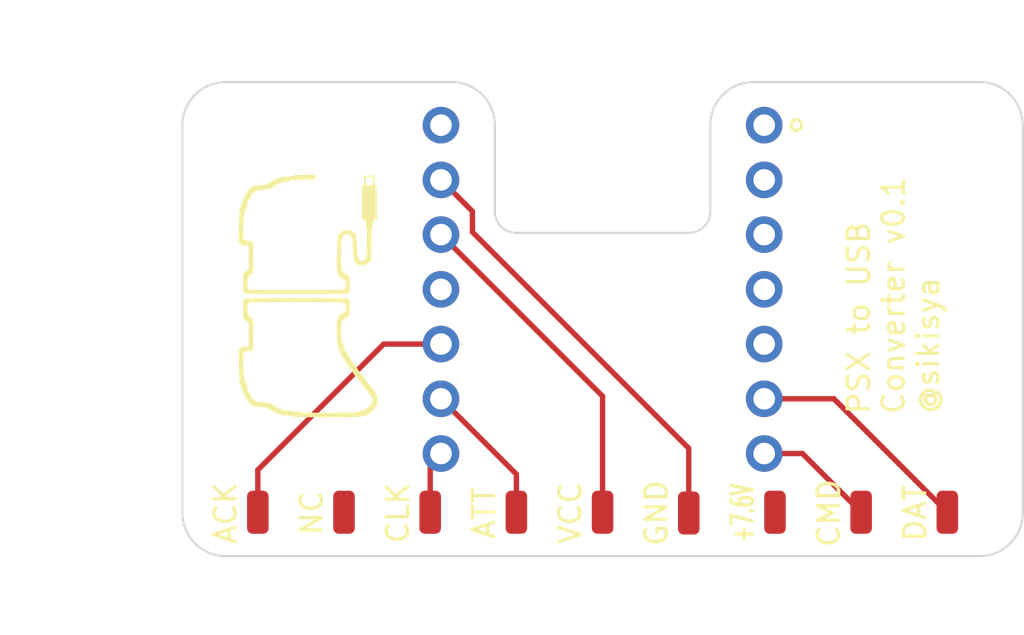
<source format=kicad_pcb>
(kicad_pcb (version 20171130) (host pcbnew "(5.1.9)-1")

  (general
    (thickness 1.6)
    (drawings 21)
    (tracks 18)
    (zones 0)
    (modules 12)
    (nets 1)
  )

  (page A4)
  (layers
    (0 F.Cu signal)
    (31 B.Cu signal)
    (32 B.Adhes user hide)
    (33 F.Adhes user hide)
    (34 B.Paste user)
    (35 F.Paste user)
    (36 B.SilkS user)
    (37 F.SilkS user)
    (38 B.Mask user)
    (39 F.Mask user)
    (40 Dwgs.User user)
    (41 Cmts.User user hide)
    (42 Eco1.User user hide)
    (43 Eco2.User user hide)
    (44 Edge.Cuts user)
    (45 Margin user hide)
    (46 B.CrtYd user)
    (47 F.CrtYd user)
    (48 B.Fab user hide)
    (49 F.Fab user hide)
  )

  (setup
    (last_trace_width 0.25)
    (user_trace_width 0.5)
    (trace_clearance 0.2)
    (zone_clearance 0.508)
    (zone_45_only no)
    (trace_min 0.2)
    (via_size 0.8)
    (via_drill 0.4)
    (via_min_size 0.4)
    (via_min_drill 0.3)
    (uvia_size 0.3)
    (uvia_drill 0.1)
    (uvias_allowed no)
    (uvia_min_size 0.2)
    (uvia_min_drill 0.1)
    (edge_width 0.1)
    (segment_width 0.2)
    (pcb_text_width 0.3)
    (pcb_text_size 1.5 1.5)
    (mod_edge_width 0.15)
    (mod_text_size 1 1)
    (mod_text_width 0.15)
    (pad_size 1.5 2.5)
    (pad_drill 0)
    (pad_to_mask_clearance 0)
    (aux_axis_origin 0 0)
    (visible_elements 7FFFFFFF)
    (pcbplotparams
      (layerselection 0x010fc_ffffffff)
      (usegerberextensions true)
      (usegerberattributes true)
      (usegerberadvancedattributes true)
      (creategerberjobfile false)
      (excludeedgelayer true)
      (linewidth 0.100000)
      (plotframeref false)
      (viasonmask false)
      (mode 1)
      (useauxorigin false)
      (hpglpennumber 1)
      (hpglpenspeed 20)
      (hpglpendiameter 15.000000)
      (psnegative false)
      (psa4output false)
      (plotreference true)
      (plotvalue true)
      (plotinvisibletext false)
      (padsonsilk false)
      (subtractmaskfromsilk false)
      (outputformat 1)
      (mirror false)
      (drillshape 0)
      (scaleselection 1)
      (outputdirectory "plot/"))
  )

  (net 0 "")

  (net_class Default "これはデフォルトのネット クラスです。"
    (clearance 0.2)
    (trace_width 0.25)
    (via_dia 0.8)
    (via_drill 0.4)
    (uvia_dia 0.3)
    (uvia_drill 0.1)
  )

  (module logo:logo (layer F.Cu) (tedit 0) (tstamp 6123450E)
    (at 96.5 99 90)
    (fp_text reference G*** (at 0 0 90) (layer F.SilkS) hide
      (effects (font (size 1.524 1.524) (thickness 0.3)))
    )
    (fp_text value LOGO (at 0.75 0 90) (layer F.SilkS) hide
      (effects (font (size 1.524 1.524) (thickness 0.3)))
    )
    (fp_poly (pts (xy -2.347501 -3.304877) (xy -2.290481 -3.216102) (xy -2.269712 -3.099486) (xy -2.269067 -3.066411)
      (xy -2.269067 -2.912533) (xy -1.221937 -2.912533) (xy -1.083734 -3.048) (xy -0.945531 -3.183466)
      (xy -0.510582 -3.183467) (xy -0.332085 -3.182966) (xy -0.209887 -3.18019) (xy -0.132555 -3.173224)
      (xy -0.088657 -3.160156) (xy -0.066758 -3.139072) (xy -0.055426 -3.108059) (xy -0.055213 -3.107267)
      (xy -0.051307 -3.059174) (xy -0.047825 -2.95018) (xy -0.044765 -2.787116) (xy -0.042128 -2.576813)
      (xy -0.039913 -2.326101) (xy -0.038118 -2.041812) (xy -0.036745 -1.730776) (xy -0.035791 -1.399825)
      (xy -0.035257 -1.055789) (xy -0.035142 -0.705499) (xy -0.035445 -0.355787) (xy -0.036166 -0.013482)
      (xy -0.037304 0.314584) (xy -0.038859 0.62158) (xy -0.04083 0.900675) (xy -0.043217 1.145039)
      (xy -0.046018 1.34784) (xy -0.049234 1.502248) (xy -0.052864 1.601431) (xy -0.055604 1.634067)
      (xy -0.076596 1.761067) (xy -0.453165 1.760548) (xy -0.60846 1.758206) (xy -0.739752 1.752258)
      (xy -0.831603 1.743651) (xy -0.866853 1.735148) (xy -0.901343 1.686425) (xy -0.927791 1.613042)
      (xy -0.979954 1.494074) (xy -1.061814 1.431188) (xy -1.115181 1.4224) (xy -1.171514 1.408657)
      (xy -1.185334 1.388534) (xy -1.217798 1.373464) (xy -1.309738 1.362375) (xy -1.452974 1.355976)
      (xy -1.5748 1.354667) (xy -1.748096 1.35749) (xy -1.875626 1.365485) (xy -1.949214 1.37794)
      (xy -1.964267 1.388534) (xy -1.994039 1.410918) (xy -2.067245 1.422108) (xy -2.082801 1.4224)
      (xy -2.161147 1.430906) (xy -2.20031 1.451822) (xy -2.201334 1.456267) (xy -2.229121 1.485429)
      (xy -2.257687 1.490134) (xy -2.324355 1.502944) (xy -2.412145 1.534456) (xy -2.497951 1.574295)
      (xy -2.558663 1.612083) (xy -2.573867 1.632118) (xy -2.601389 1.656407) (xy -2.624667 1.659467)
      (xy -2.669764 1.675803) (xy -2.675467 1.689662) (xy -2.704169 1.719476) (xy -2.760134 1.741107)
      (xy -2.823563 1.768302) (xy -2.8448 1.795579) (xy -2.872478 1.824488) (xy -2.899193 1.8288)
      (xy -2.957056 1.853591) (xy -3.019992 1.913223) (xy -3.020184 1.913467) (xy -3.07937 1.972869)
      (xy -3.129265 1.998125) (xy -3.129876 1.998134) (xy -3.183172 2.021264) (xy -3.234267 2.065867)
      (xy -3.29413 2.116667) (xy -3.336372 2.1336) (xy -3.38377 2.15839) (xy -3.440578 2.218022)
      (xy -3.440762 2.218267) (xy -3.498725 2.27808) (xy -3.548722 2.302934) (xy -3.600428 2.325973)
      (xy -3.666281 2.382) (xy -3.671568 2.3876) (xy -3.730738 2.444879) (xy -3.770672 2.471943)
      (xy -3.77298 2.472267) (xy -3.809888 2.48799) (xy -3.876104 2.539629) (xy -3.979425 2.633134)
      (xy -4.041717 2.685456) (xy -4.082495 2.709204) (xy -4.083978 2.709334) (xy -4.120389 2.731791)
      (xy -4.178554 2.7866) (xy -4.1855 2.794) (xy -4.253785 2.852142) (xy -4.313206 2.878525)
      (xy -4.316383 2.878667) (xy -4.362532 2.892673) (xy -4.3688 2.905232) (xy -4.395034 2.938743)
      (xy -4.459011 2.984994) (xy -4.467159 2.989898) (xy -4.55896 3.021619) (xy -4.689749 3.041224)
      (xy -4.831585 3.047011) (xy -4.956529 3.03728) (xy -5.012267 3.023092) (xy -5.074337 2.982838)
      (xy -5.11784 2.941099) (xy -5.168657 2.89305) (xy -5.196459 2.878667) (xy -5.240056 2.855409)
      (xy -5.29034 2.805923) (xy -5.316881 2.760638) (xy -5.317067 2.758058) (xy -5.339998 2.720737)
      (xy -5.38885 2.671955) (xy -5.449213 2.579216) (xy -5.477921 2.456316) (xy -5.494008 2.365136)
      (xy -5.514911 2.310198) (xy -5.524672 2.302934) (xy -5.530715 2.270167) (xy -5.536333 2.176263)
      (xy -5.5414 2.02782) (xy -5.545793 1.831433) (xy -5.549386 1.593699) (xy -5.552055 1.321213)
      (xy -5.553675 1.020573) (xy -5.554134 0.745067) (xy -5.553794 0.567105) (xy -5.351197 0.567105)
      (xy -5.350897 0.831683) (xy -5.349535 1.09343) (xy -5.347125 1.343527) (xy -5.343685 1.573154)
      (xy -5.339231 1.773492) (xy -5.333779 1.935723) (xy -5.327345 2.051026) (xy -5.319946 2.110582)
      (xy -5.317067 2.116667) (xy -5.293184 2.162191) (xy -5.283201 2.242367) (xy -5.283201 2.242701)
      (xy -5.267104 2.319395) (xy -5.225986 2.419214) (xy -5.170603 2.52309) (xy -5.111714 2.61196)
      (xy -5.060073 2.666756) (xy -5.039026 2.675467) (xy -4.993178 2.695617) (xy -4.922374 2.745514)
      (xy -4.904491 2.760134) (xy -4.828101 2.815148) (xy -4.766975 2.843684) (xy -4.758267 2.8448)
      (xy -4.704344 2.82436) (xy -4.628931 2.773838) (xy -4.612043 2.760134) (xy -4.539663 2.705527)
      (xy -4.486947 2.676771) (xy -4.479882 2.675467) (xy -4.437312 2.65291) (xy -4.375574 2.597893)
      (xy -4.3688 2.5908) (xy -4.304198 2.533192) (xy -4.253476 2.50638) (xy -4.250267 2.506134)
      (xy -4.202726 2.483333) (xy -4.137814 2.42754) (xy -4.129171 2.418539) (xy -4.061128 2.35602)
      (xy -3.957927 2.272484) (xy -3.840541 2.184821) (xy -3.826934 2.175135) (xy -3.719378 2.095968)
      (xy -3.633168 2.026898) (xy -3.583946 1.980596) (xy -3.579718 1.974863) (xy -3.529922 1.934615)
      (xy -3.508767 1.9304) (xy -3.45485 1.907244) (xy -3.4036 1.862667) (xy -3.342195 1.811749)
      (xy -3.297532 1.794934) (xy -3.248434 1.769056) (xy -3.197286 1.710267) (xy -3.143082 1.649429)
      (xy -3.094984 1.6256) (xy -3.04336 1.607072) (xy -2.958876 1.559221) (xy -2.887212 1.511466)
      (xy -2.769485 1.434869) (xy -2.647701 1.366078) (xy -2.5908 1.33868) (xy -2.489302 1.294746)
      (xy -2.40405 1.257862) (xy -2.387601 1.25075) (xy -2.268957 1.216328) (xy -2.099431 1.189311)
      (xy -1.895537 1.170344) (xy -1.673787 1.160075) (xy -1.450694 1.159151) (xy -1.242773 1.168218)
      (xy -1.066536 1.187923) (xy -1.017219 1.197066) (xy -0.90826 1.224097) (xy -0.84085 1.259586)
      (xy -0.790157 1.322541) (xy -0.744943 1.405467) (xy -0.657714 1.5748) (xy -0.464324 1.584957)
      (xy -0.355291 1.588912) (xy -0.29756 1.581899) (xy -0.274864 1.557677) (xy -0.270934 1.510756)
      (xy -0.258687 1.438381) (xy -0.237067 1.405467) (xy -0.22938 1.366755) (xy -0.222681 1.261535)
      (xy -0.216987 1.091027) (xy -0.212318 0.856448) (xy -0.208692 0.559018) (xy -0.206128 0.199956)
      (xy -0.204645 -0.219521) (xy -0.20426 -0.698192) (xy -0.204278 -0.738599) (xy -0.204749 -1.186073)
      (xy -0.205739 -1.570309) (xy -0.207341 -1.895801) (xy -0.209652 -2.167044) (xy -0.212766 -2.388532)
      (xy -0.216777 -2.564758) (xy -0.221781 -2.700218) (xy -0.227873 -2.799404) (xy -0.235146 -2.866812)
      (xy -0.243697 -2.906936) (xy -0.250344 -2.921) (xy -0.292056 -2.954512) (xy -0.363954 -2.97301)
      (xy -0.482205 -2.979933) (xy -0.529016 -2.980267) (xy -0.654794 -2.978172) (xy -0.737303 -2.965953)
      (xy -0.800994 -2.934706) (xy -0.870321 -2.875529) (xy -0.902985 -2.844103) (xy -1.043273 -2.707939)
      (xy -1.749303 -2.717103) (xy -2.455334 -2.726266) (xy -2.465968 -2.874699) (xy -2.484803 -2.987529)
      (xy -2.518487 -3.08442) (xy -2.529129 -3.103299) (xy -2.551521 -3.133829) (xy -2.579507 -3.155422)
      (xy -2.624116 -3.169624) (xy -2.696376 -3.177983) (xy -2.807315 -3.182044) (xy -2.967961 -3.183356)
      (xy -3.100697 -3.183467) (xy -3.301715 -3.181307) (xy -3.463791 -3.175195) (xy -3.578126 -3.165683)
      (xy -3.635918 -3.153323) (xy -3.640667 -3.1496) (xy -3.686428 -3.125244) (xy -3.761659 -3.115733)
      (xy -3.828591 -3.112338) (xy -3.890469 -3.097015) (xy -3.970774 -3.062054) (xy -4.055074 -3.019421)
      (xy -4.147319 -2.987964) (xy -4.208079 -2.980267) (xy -4.283726 -2.961631) (xy -4.379274 -2.915034)
      (xy -4.409942 -2.8956) (xy -4.496445 -2.84359) (xy -4.565407 -2.81373) (xy -4.581469 -2.810933)
      (xy -4.627744 -2.786265) (xy -4.695586 -2.723022) (xy -4.741577 -2.670096) (xy -4.799308 -2.592405)
      (xy -4.834651 -2.521666) (xy -4.854424 -2.435603) (xy -4.865442 -2.311937) (xy -4.868512 -2.25523)
      (xy -4.884936 -2.083715) (xy -4.91372 -1.93721) (xy -4.951226 -1.828016) (xy -4.993814 -1.768434)
      (xy -5.014694 -1.761067) (xy -5.048651 -1.732782) (xy -5.081538 -1.667933) (xy -5.149752 -1.496745)
      (xy -5.218612 -1.347951) (xy -5.233584 -1.290278) (xy -5.24962 -1.183237) (xy -5.264237 -1.045102)
      (xy -5.270539 -0.965811) (xy -5.28317 -0.824443) (xy -5.298438 -0.710243) (xy -5.313975 -0.638914)
      (xy -5.322146 -0.623394) (xy -5.329748 -0.585937) (xy -5.336171 -0.489577) (xy -5.341434 -0.343132)
      (xy -5.345551 -0.155422) (xy -5.34854 0.064733) (xy -5.350416 0.308516) (xy -5.351197 0.567105)
      (xy -5.553794 0.567105) (xy -5.553527 0.42752) (xy -5.551789 0.13171) (xy -5.549043 -0.135678)
      (xy -5.545414 -0.36796) (xy -5.541026 -0.558449) (xy -5.536001 -0.700461) (xy -5.530465 -0.787311)
      (xy -5.525266 -0.8128) (xy -5.510817 -0.844208) (xy -5.495232 -0.92877) (xy -5.480791 -1.051993)
      (xy -5.473304 -1.143) (xy -5.460334 -1.284722) (xy -5.444148 -1.398462) (xy -5.427226 -1.469057)
      (xy -5.417505 -1.484489) (xy -5.394063 -1.522652) (xy -5.3848 -1.594555) (xy -5.377235 -1.664836)
      (xy -5.359401 -1.693722) (xy -5.330747 -1.721682) (xy -5.288234 -1.79171) (xy -5.269285 -1.829188)
      (xy -5.224262 -1.910975) (xy -5.186544 -1.95898) (xy -5.176152 -1.964267) (xy -5.153049 -1.992678)
      (xy -5.147734 -2.032) (xy -5.135467 -2.087061) (xy -5.118482 -2.099733) (xy -5.10418 -2.131113)
      (xy -5.089871 -2.215373) (xy -5.077701 -2.337693) (xy -5.072672 -2.416286) (xy -5.063976 -2.564915)
      (xy -5.052527 -2.664383) (xy -5.032137 -2.733173) (xy -4.996619 -2.78977) (xy -4.939784 -2.852658)
      (xy -4.91962 -2.873486) (xy -4.836152 -2.950278) (xy -4.76349 -3.001364) (xy -4.728364 -3.014133)
      (xy -4.680808 -3.031258) (xy -4.6736 -3.048) (xy -4.64617 -3.078046) (xy -4.6228 -3.081866)
      (xy -4.577716 -3.099053) (xy -4.572 -3.113658) (xy -4.541848 -3.137107) (xy -4.465526 -3.159932)
      (xy -4.4196 -3.168303) (xy -4.32888 -3.187846) (xy -4.274322 -3.211059) (xy -4.2672 -3.221179)
      (xy -4.238196 -3.243753) (xy -4.182534 -3.2512) (xy -4.11887 -3.261633) (xy -4.097867 -3.281656)
      (xy -4.074557 -3.30443) (xy -4.002204 -3.323755) (xy -3.87718 -3.339969) (xy -3.695852 -3.353411)
      (xy -3.45459 -3.364419) (xy -3.149764 -3.373329) (xy -3.101034 -3.374446) (xy -2.425935 -3.389464)
      (xy -2.347501 -3.304877)) (layer F.SilkS) (width 0.01))
    (fp_poly (pts (xy 3.242554 -3.374408) (xy 3.556052 -3.365713) (xy 3.805415 -3.354932) (xy 3.994222 -3.34173)
      (xy 4.12605 -3.325773) (xy 4.204475 -3.306725) (xy 4.233075 -3.284252) (xy 4.233333 -3.281656)
      (xy 4.262335 -3.258755) (xy 4.318 -3.2512) (xy 4.381668 -3.241124) (xy 4.402666 -3.221792)
      (xy 4.432748 -3.199778) (xy 4.508378 -3.179235) (xy 4.545871 -3.173177) (xy 4.63671 -3.153625)
      (xy 4.693564 -3.127513) (xy 4.701093 -3.117918) (xy 4.74063 -3.084971) (xy 4.761088 -3.081866)
      (xy 4.804315 -3.06265) (xy 4.809066 -3.048) (xy 4.837093 -3.019488) (xy 4.869726 -3.014133)
      (xy 4.924843 -2.990504) (xy 5.002858 -2.929616) (xy 5.06106 -2.872011) (xy 5.122446 -2.802606)
      (xy 5.161649 -2.743901) (xy 5.18472 -2.67709) (xy 5.197713 -2.583368) (xy 5.206681 -2.443932)
      (xy 5.208215 -2.414811) (xy 5.218276 -2.278151) (xy 5.231679 -2.17139) (xy 5.246269 -2.109381)
      (xy 5.253947 -2.099733) (xy 5.27972 -2.072142) (xy 5.2832 -2.047517) (xy 5.304928 -1.986254)
      (xy 5.352243 -1.921191) (xy 5.410374 -1.839833) (xy 5.440582 -1.770207) (xy 5.466746 -1.71057)
      (xy 5.490071 -1.693333) (xy 5.511507 -1.663954) (xy 5.520266 -1.594555) (xy 5.530223 -1.520317)
      (xy 5.552971 -1.484489) (xy 5.569114 -1.448038) (xy 5.586046 -1.359096) (xy 5.601291 -1.232827)
      (xy 5.60877 -1.143) (xy 5.621317 -1.002854) (xy 5.636447 -0.892235) (xy 5.651878 -0.825633)
      (xy 5.660732 -0.8128) (xy 5.670938 -0.78092) (xy 5.67956 -0.693219) (xy 5.685897 -0.561601)
      (xy 5.68925 -0.397973) (xy 5.6896 -0.321733) (xy 5.6896 0.169333) (xy 5.497061 0.169333)
      (xy 5.475079 -0.412891) (xy 5.465956 -0.606005) (xy 5.454461 -0.776096) (xy 5.441666 -0.911362)
      (xy 5.428647 -1.000003) (xy 5.418948 -1.029265) (xy 5.395242 -1.084605) (xy 5.384822 -1.171558)
      (xy 5.3848 -1.175633) (xy 5.375932 -1.272616) (xy 5.354884 -1.346659) (xy 5.280635 -1.507441)
      (xy 5.217003 -1.667933) (xy 5.182029 -1.734661) (xy 5.147733 -1.761067) (xy 5.104754 -1.794454)
      (xy 5.066849 -1.892985) (xy 5.034708 -2.054212) (xy 5.012102 -2.242199) (xy 4.995104 -2.392916)
      (xy 4.974215 -2.496908) (xy 4.942729 -2.575125) (xy 4.893943 -2.648516) (xy 4.873907 -2.673999)
      (xy 4.802658 -2.752145) (xy 4.741216 -2.801722) (xy 4.716935 -2.810933) (xy 4.661653 -2.828909)
      (xy 4.578674 -2.874048) (xy 4.545408 -2.8956) (xy 4.450638 -2.948441) (xy 4.364615 -2.978001)
      (xy 4.343545 -2.980267) (xy 4.248697 -2.995544) (xy 4.199007 -3.014133) (xy 4.109314 -3.059286)
      (xy 4.064459 -3.081867) (xy 3.979895 -3.107276) (xy 3.897124 -3.115733) (xy 3.818742 -3.126127)
      (xy 3.776133 -3.1496) (xy 3.734971 -3.162661) (xy 3.635003 -3.17301) (xy 3.485123 -3.180084)
      (xy 3.294224 -3.183322) (xy 3.240414 -3.183466) (xy 3.043149 -3.183024) (xy 2.902564 -3.180702)
      (xy 2.807607 -3.175012) (xy 2.747225 -3.164463) (xy 2.710366 -3.147565) (xy 2.685978 -3.122829)
      (xy 2.675146 -3.107266) (xy 2.639769 -3.025716) (xy 2.612803 -2.914698) (xy 2.607733 -2.878666)
      (xy 2.590799 -2.726266) (xy 1.882188 -2.717095) (xy 1.173577 -2.707923) (xy 1.042731 -2.844095)
      (xy 0.971468 -2.915071) (xy 0.913262 -2.955764) (xy 0.845149 -2.974595) (xy 0.744167 -2.979983)
      (xy 0.671342 -2.980267) (xy 0.53448 -2.976409) (xy 0.449027 -2.962624) (xy 0.398984 -2.935588)
      (xy 0.38581 -2.921) (xy 0.376329 -2.89698) (xy 0.36819 -2.848756) (xy 0.361299 -2.771833)
      (xy 0.355559 -2.661717) (xy 0.350878 -2.513915) (xy 0.347159 -2.323931) (xy 0.344309 -2.087272)
      (xy 0.342231 -1.799443) (xy 0.340831 -1.455951) (xy 0.340015 -1.052301) (xy 0.339743 -0.738599)
      (xy 0.34004 -0.255291) (xy 0.341437 0.168918) (xy 0.343916 0.53281) (xy 0.347458 0.835166)
      (xy 0.352046 1.074767) (xy 0.357659 1.250395) (xy 0.364279 1.36083) (xy 0.371888 1.404854)
      (xy 0.372533 1.405467) (xy 0.39855 1.452052) (xy 0.4064 1.510756) (xy 0.410491 1.558201)
      (xy 0.43364 1.582155) (xy 0.492157 1.588911) (xy 0.598687 1.584957) (xy 0.790975 1.5748)
      (xy 0.883598 1.405467) (xy 0.940214 1.309298) (xy 0.992397 1.253623) (xy 1.064225 1.221005)
      (xy 1.17391 1.195218) (xy 1.274765 1.180514) (xy 1.411515 1.17172) (xy 1.592011 1.168709)
      (xy 1.824107 1.171352) (xy 2.115654 1.179524) (xy 2.124514 1.179823) (xy 2.877429 1.205343)
      (xy 2.980188 1.303792) (xy 3.080756 1.439907) (xy 3.128851 1.594426) (xy 3.125134 1.7517)
      (xy 3.070265 1.896081) (xy 2.964905 2.011921) (xy 2.949858 2.02252) (xy 2.891467 2.057014)
      (xy 2.828884 2.079505) (xy 2.746192 2.092507) (xy 2.627475 2.098537) (xy 2.458791 2.100106)
      (xy 2.230593 2.102919) (xy 2.059252 2.11196) (xy 1.934046 2.128904) (xy 1.844252 2.155428)
      (xy 1.779147 2.193208) (xy 1.760332 2.209286) (xy 1.707954 2.284169) (xy 1.709787 2.366042)
      (xy 1.726756 2.426559) (xy 1.749918 2.472778) (xy 1.787889 2.506782) (xy 1.849284 2.530654)
      (xy 1.942717 2.546477) (xy 2.076803 2.556332) (xy 2.260157 2.562304) (xy 2.501394 2.566475)
      (xy 2.541178 2.567046) (xy 2.794867 2.569112) (xy 2.996755 2.567474) (xy 3.142698 2.562268)
      (xy 3.228549 2.553627) (xy 3.2512 2.544005) (xy 3.280376 2.520561) (xy 3.344333 2.512768)
      (xy 3.481996 2.513466) (xy 3.560651 2.506134) (xy 5.215466 2.506134) (xy 5.215466 2.8448)
      (xy 5.588 2.8448) (xy 5.588 2.506134) (xy 5.215466 2.506134) (xy 3.560651 2.506134)
      (xy 3.565372 2.505694) (xy 3.607784 2.485098) (xy 3.622551 2.447325) (xy 3.623733 2.421467)
      (xy 3.623733 2.3368) (xy 4.4196 2.3368) (xy 4.675171 2.3373) (xy 4.870676 2.339125)
      (xy 5.013776 2.342764) (xy 5.112132 2.348707) (xy 5.173405 2.357442) (xy 5.205259 2.369458)
      (xy 5.215353 2.385245) (xy 5.215466 2.3876) (xy 5.230162 2.416095) (xy 5.282675 2.431932)
      (xy 5.38564 2.438028) (xy 5.4356 2.4384) (xy 5.655733 2.4384) (xy 5.655733 2.912534)
      (xy 5.4356 2.912534) (xy 5.312123 2.915925) (xy 5.243495 2.928043) (xy 5.217078 2.951804)
      (xy 5.215466 2.963334) (xy 5.207638 2.979647) (xy 5.179048 2.992126) (xy 5.122033 3.00126)
      (xy 5.028931 3.007538) (xy 4.892083 3.011449) (xy 4.703825 3.013482) (xy 4.456497 3.014126)
      (xy 4.4196 3.014134) (xy 3.623733 3.014134) (xy 3.623733 2.929467) (xy 3.617588 2.881776)
      (xy 3.590273 2.853377) (xy 3.528466 2.839917) (xy 3.418846 2.837043) (xy 3.344333 2.838165)
      (xy 3.276767 2.830243) (xy 3.2512 2.810375) (xy 3.218927 2.801399) (xy 3.128484 2.792598)
      (xy 2.989433 2.784476) (xy 2.811336 2.777533) (xy 2.603755 2.772272) (xy 2.489782 2.770401)
      (xy 1.728365 2.760134) (xy 1.622366 2.654066) (xy 1.525777 2.517956) (xy 1.48363 2.366494)
      (xy 1.499312 2.216698) (xy 1.523837 2.158597) (xy 1.574442 2.078234) (xy 1.635108 2.018977)
      (xy 1.716816 1.977261) (xy 1.830551 1.949522) (xy 1.987295 1.932195) (xy 2.198031 1.921716)
      (xy 2.259733 1.919769) (xy 2.467923 1.911834) (xy 2.619229 1.90119) (xy 2.724487 1.886502)
      (xy 2.794533 1.866431) (xy 2.826285 1.849884) (xy 2.910699 1.761417) (xy 2.939603 1.655205)
      (xy 2.916044 1.547551) (xy 2.843066 1.454758) (xy 2.742057 1.398912) (xy 2.672303 1.385621)
      (xy 2.554764 1.374637) (xy 2.401434 1.366048) (xy 2.224307 1.359941) (xy 2.035379 1.356404)
      (xy 1.846644 1.355524) (xy 1.670096 1.357389) (xy 1.51773 1.362086) (xy 1.401539 1.369704)
      (xy 1.33352 1.380329) (xy 1.320799 1.388534) (xy 1.291837 1.414063) (xy 1.236778 1.4224)
      (xy 1.164567 1.44354) (xy 1.131507 1.507067) (xy 1.105358 1.570466) (xy 1.080061 1.591734)
      (xy 1.055072 1.619968) (xy 1.049866 1.655843) (xy 1.042219 1.698013) (xy 1.0126 1.727341)
      (xy 0.950992 1.746057) (xy 0.84738 1.756393) (xy 0.691746 1.760578) (xy 0.577394 1.761067)
      (xy 0.212062 1.761067) (xy 0.19107 1.634067) (xy 0.187156 1.576893) (xy 0.183655 1.45979)
      (xy 0.180568 1.289589) (xy 0.177895 1.07312) (xy 0.175638 0.817214) (xy 0.173796 0.528703)
      (xy 0.172371 0.214417) (xy 0.171363 -0.118812) (xy 0.170772 -0.464155) (xy 0.170599 -0.814779)
      (xy 0.170844 -1.163855) (xy 0.171509 -1.50455) (xy 0.172593 -1.830036) (xy 0.174097 -2.133479)
      (xy 0.176023 -2.40805) (xy 0.178369 -2.646917) (xy 0.181138 -2.84325) (xy 0.184329 -2.990218)
      (xy 0.187943 -3.080989) (xy 0.190679 -3.107266) (xy 0.201804 -3.138317) (xy 0.223129 -3.159534)
      (xy 0.265993 -3.172787) (xy 0.341734 -3.179946) (xy 0.461693 -3.182882) (xy 0.637209 -3.183465)
      (xy 0.65266 -3.183467) (xy 1.09422 -3.183467) (xy 1.223087 -3.048) (xy 1.351953 -2.912533)
      (xy 2.404533 -2.912533) (xy 2.404533 -3.066473) (xy 2.415992 -3.18506) (xy 2.457717 -3.269803)
      (xy 2.489021 -3.3049) (xy 2.573509 -3.389388) (xy 3.242554 -3.374408)) (layer F.SilkS) (width 0.01))
    (fp_poly (pts (xy -5.621867 0.694267) (xy -5.6388 0.7112) (xy -5.655734 0.694267) (xy -5.6388 0.677333)
      (xy -5.621867 0.694267)) (layer F.SilkS) (width 0.01))
  )

  (module Connector_PinSocket_2.54mm:PinSocket_1x07_P2.54mm_Vertical (layer F.Cu) (tedit 6120B3F5) (tstamp 60FC8D0D)
    (at 117.5 91)
    (descr "Through hole straight socket strip, 1x07, 2.54mm pitch, single row (from Kicad 4.0.7), script generated")
    (tags "Through hole socket strip THT 1x07 2.54mm single row")
    (fp_text reference REF** (at 0 -2.77) (layer F.SilkS) hide
      (effects (font (size 1 1) (thickness 0.15)))
    )
    (fp_text value PinSocket_1x07_P2.54mm_Vertical (at 0 18.01) (layer F.Fab) hide
      (effects (font (size 1 1) (thickness 0.15)))
    )
    (fp_text user %R (at 0 7.62 90) (layer F.Fab) hide
      (effects (font (size 1 1) (thickness 0.15)))
    )
    (pad 7 thru_hole oval (at 0 15.24) (size 1.7 1.7) (drill 1) (layers *.Cu *.Mask))
    (pad 6 thru_hole oval (at 0 12.7) (size 1.7 1.7) (drill 1) (layers *.Cu *.Mask))
    (pad 5 thru_hole oval (at 0 10.16) (size 1.7 1.7) (drill 1) (layers *.Cu *.Mask))
    (pad 4 thru_hole oval (at 0 7.62) (size 1.7 1.7) (drill 1) (layers *.Cu *.Mask))
    (pad 3 thru_hole oval (at 0 5.08) (size 1.7 1.7) (drill 1) (layers *.Cu *.Mask))
    (pad 2 thru_hole oval (at 0 2.54) (size 1.7 1.7) (drill 1) (layers *.Cu *.Mask))
    (pad 1 thru_hole oval (at 0 0) (size 1.7 1.7) (drill 1) (layers *.Cu *.Mask))
    (model ${KISYS3DMOD}/Connector_PinSocket_2.54mm.3dshapes/PinSocket_1x07_P2.54mm_Vertical.wrl
      (at (xyz 0 0 0))
      (scale (xyz 1 1 1))
      (rotate (xyz 0 0 0))
    )
  )

  (module Connector_PinSocket_2.54mm:PinSocket_1x07_P2.54mm_Vertical (layer F.Cu) (tedit 6120B4B3) (tstamp 60FC8C8A)
    (at 102.5 91)
    (descr "Through hole straight socket strip, 1x07, 2.54mm pitch, single row (from Kicad 4.0.7), script generated")
    (tags "Through hole socket strip THT 1x07 2.54mm single row")
    (fp_text reference REF** (at 0 -2.77) (layer F.SilkS) hide
      (effects (font (size 1 1) (thickness 0.15)))
    )
    (fp_text value PinSocket_1x07_P2.54mm_Vertical (at 0 18.01) (layer F.Fab) hide
      (effects (font (size 1 1) (thickness 0.15)))
    )
    (fp_text user %R (at 0 7.62 90) (layer F.Fab) hide
      (effects (font (size 1 1) (thickness 0.15)))
    )
    (pad 8 thru_hole oval (at 0 15.24) (size 1.7 1.7) (drill 1) (layers *.Cu *.Mask))
    (pad 9 thru_hole oval (at 0 12.7) (size 1.7 1.7) (drill 1) (layers *.Cu *.Mask))
    (pad 10 thru_hole oval (at 0 10.16) (size 1.7 1.7) (drill 1) (layers *.Cu *.Mask))
    (pad 11 thru_hole oval (at 0 7.62) (size 1.7 1.7) (drill 1) (layers *.Cu *.Mask))
    (pad 12 thru_hole oval (at 0 5.08) (size 1.7 1.7) (drill 1) (layers *.Cu *.Mask))
    (pad 13 thru_hole oval (at 0 2.54) (size 1.7 1.7) (drill 1) (layers *.Cu *.Mask))
    (pad 14 thru_hole oval (at 0 0) (size 1.7 1.7) (drill 1) (layers *.Cu *.Mask))
    (model ${KISYS3DMOD}/Connector_PinSocket_2.54mm.3dshapes/PinSocket_1x07_P2.54mm_Vertical.wrl
      (at (xyz 0 0 0))
      (scale (xyz 1 1 1))
      (rotate (xyz 0 0 0))
    )
  )

  (module Connector_Wire:SolderWirePad_1x01_SMD_1x2mm (layer F.Cu) (tedit 60FAB8CF) (tstamp 60FABD16)
    (at 126 108.964631)
    (descr "Wire Pad, Square, SMD Pad,  5mm x 10mm,")
    (tags "MesurementPoint Square SMDPad 5mmx10mm ")
    (attr virtual)
    (fp_text reference DAT (at -1.5 0.035369 90) (layer F.SilkS)
      (effects (font (size 1 1) (thickness 0.15)))
    )
    (fp_text value SolderWirePad_1x01_SMD_1x2mm (at 0 2.54) (layer F.Fab)
      (effects (font (size 1 1) (thickness 0.15)))
    )
    (fp_line (start -0.63 1.27) (end -0.63 -1.27) (layer F.Fab) (width 0.1))
    (fp_line (start 0.63 1.27) (end -0.63 1.27) (layer F.Fab) (width 0.1))
    (fp_line (start 0.63 -1.27) (end 0.63 1.27) (layer F.Fab) (width 0.1))
    (fp_line (start -0.63 -1.27) (end 0.63 -1.27) (layer F.Fab) (width 0.1))
    (fp_line (start -0.63 -1.27) (end -0.63 1.27) (layer F.CrtYd) (width 0.05))
    (fp_line (start -0.63 1.27) (end 0.63 1.27) (layer F.CrtYd) (width 0.05))
    (fp_line (start 0.63 1.27) (end 0.63 -1.27) (layer F.CrtYd) (width 0.05))
    (fp_line (start 0.63 -1.27) (end -0.63 -1.27) (layer F.CrtYd) (width 0.05))
    (fp_text user %R (at 0 0) (layer F.Fab)
      (effects (font (size 1 1) (thickness 0.15)))
    )
    (pad 9 smd roundrect (at 0 0) (size 1 2) (layers F.Cu F.Paste F.Mask) (roundrect_rratio 0.25))
  )

  (module Connector_Wire:SolderWirePad_1x01_SMD_1x2mm (layer F.Cu) (tedit 60FAB8C6) (tstamp 60FABCFC)
    (at 122 108.964631)
    (descr "Wire Pad, Square, SMD Pad,  5mm x 10mm,")
    (tags "MesurementPoint Square SMDPad 5mmx10mm ")
    (attr virtual)
    (fp_text reference CMD (at -1.5 0.035369 90) (layer F.SilkS)
      (effects (font (size 1 1) (thickness 0.15)))
    )
    (fp_text value SolderWirePad_1x01_SMD_1x2mm (at 0 2.54) (layer F.Fab)
      (effects (font (size 1 1) (thickness 0.15)))
    )
    (fp_line (start -0.63 1.27) (end -0.63 -1.27) (layer F.Fab) (width 0.1))
    (fp_line (start 0.63 1.27) (end -0.63 1.27) (layer F.Fab) (width 0.1))
    (fp_line (start 0.63 -1.27) (end 0.63 1.27) (layer F.Fab) (width 0.1))
    (fp_line (start -0.63 -1.27) (end 0.63 -1.27) (layer F.Fab) (width 0.1))
    (fp_line (start -0.63 -1.27) (end -0.63 1.27) (layer F.CrtYd) (width 0.05))
    (fp_line (start -0.63 1.27) (end 0.63 1.27) (layer F.CrtYd) (width 0.05))
    (fp_line (start 0.63 1.27) (end 0.63 -1.27) (layer F.CrtYd) (width 0.05))
    (fp_line (start 0.63 -1.27) (end -0.63 -1.27) (layer F.CrtYd) (width 0.05))
    (fp_text user %R (at 0 0) (layer F.Fab)
      (effects (font (size 1 1) (thickness 0.15)))
    )
    (pad 8 smd roundrect (at 0 0) (size 1 2) (layers F.Cu F.Paste F.Mask) (roundrect_rratio 0.25))
  )

  (module Connector_Wire:SolderWirePad_1x01_SMD_1x2mm (layer F.Cu) (tedit 60FAB8C1) (tstamp 60FABCE2)
    (at 118 108.964631)
    (descr "Wire Pad, Square, SMD Pad,  5mm x 10mm,")
    (tags "MesurementPoint Square SMDPad 5mmx10mm ")
    (attr virtual)
    (fp_text reference +7.6V (at -1.5 0.035369 90) (layer F.SilkS)
      (effects (font (size 1 0.6) (thickness 0.15)))
    )
    (fp_text value SolderWirePad_1x01_SMD_1x2mm (at 0 2.54) (layer F.Fab)
      (effects (font (size 1 1) (thickness 0.15)))
    )
    (fp_line (start -0.63 1.27) (end -0.63 -1.27) (layer F.Fab) (width 0.1))
    (fp_line (start 0.63 1.27) (end -0.63 1.27) (layer F.Fab) (width 0.1))
    (fp_line (start 0.63 -1.27) (end 0.63 1.27) (layer F.Fab) (width 0.1))
    (fp_line (start -0.63 -1.27) (end 0.63 -1.27) (layer F.Fab) (width 0.1))
    (fp_line (start -0.63 -1.27) (end -0.63 1.27) (layer F.CrtYd) (width 0.05))
    (fp_line (start -0.63 1.27) (end 0.63 1.27) (layer F.CrtYd) (width 0.05))
    (fp_line (start 0.63 1.27) (end 0.63 -1.27) (layer F.CrtYd) (width 0.05))
    (fp_line (start 0.63 -1.27) (end -0.63 -1.27) (layer F.CrtYd) (width 0.05))
    (fp_text user %R (at 0 0) (layer F.Fab)
      (effects (font (size 1 1) (thickness 0.15)))
    )
    (pad 7 smd roundrect (at 0 0) (size 1 2) (layers F.Cu F.Paste F.Mask) (roundrect_rratio 0.25))
  )

  (module Connector_Wire:SolderWirePad_1x01_SMD_1x2mm (layer F.Cu) (tedit 60FAB8BC) (tstamp 60FABCC8)
    (at 114 109)
    (descr "Wire Pad, Square, SMD Pad,  5mm x 10mm,")
    (tags "MesurementPoint Square SMDPad 5mmx10mm ")
    (attr virtual)
    (fp_text reference GND (at -1.5 0 90) (layer F.SilkS)
      (effects (font (size 1 1) (thickness 0.15)))
    )
    (fp_text value SolderWirePad_1x01_SMD_1x2mm (at 0 2.54) (layer F.Fab)
      (effects (font (size 1 1) (thickness 0.15)))
    )
    (fp_line (start -0.63 1.27) (end -0.63 -1.27) (layer F.Fab) (width 0.1))
    (fp_line (start 0.63 1.27) (end -0.63 1.27) (layer F.Fab) (width 0.1))
    (fp_line (start 0.63 -1.27) (end 0.63 1.27) (layer F.Fab) (width 0.1))
    (fp_line (start -0.63 -1.27) (end 0.63 -1.27) (layer F.Fab) (width 0.1))
    (fp_line (start -0.63 -1.27) (end -0.63 1.27) (layer F.CrtYd) (width 0.05))
    (fp_line (start -0.63 1.27) (end 0.63 1.27) (layer F.CrtYd) (width 0.05))
    (fp_line (start 0.63 1.27) (end 0.63 -1.27) (layer F.CrtYd) (width 0.05))
    (fp_line (start 0.63 -1.27) (end -0.63 -1.27) (layer F.CrtYd) (width 0.05))
    (fp_text user %R (at 0 0) (layer F.Fab)
      (effects (font (size 1 1) (thickness 0.15)))
    )
    (pad 6 smd roundrect (at 0 0) (size 1 2) (layers F.Cu F.Paste F.Mask) (roundrect_rratio 0.25))
  )

  (module Connector_Wire:SolderWirePad_1x01_SMD_1x2mm (layer F.Cu) (tedit 60FAB8B0) (tstamp 60FABCAE)
    (at 110 108.964631)
    (descr "Wire Pad, Square, SMD Pad,  5mm x 10mm,")
    (tags "MesurementPoint Square SMDPad 5mmx10mm ")
    (attr virtual)
    (fp_text reference VCC (at -1.5 0.035369 90) (layer F.SilkS)
      (effects (font (size 1 1) (thickness 0.15)))
    )
    (fp_text value SolderWirePad_1x01_SMD_1x2mm (at 0 2.54) (layer F.Fab)
      (effects (font (size 1 1) (thickness 0.15)))
    )
    (fp_line (start -0.63 1.27) (end -0.63 -1.27) (layer F.Fab) (width 0.1))
    (fp_line (start 0.63 1.27) (end -0.63 1.27) (layer F.Fab) (width 0.1))
    (fp_line (start 0.63 -1.27) (end 0.63 1.27) (layer F.Fab) (width 0.1))
    (fp_line (start -0.63 -1.27) (end 0.63 -1.27) (layer F.Fab) (width 0.1))
    (fp_line (start -0.63 -1.27) (end -0.63 1.27) (layer F.CrtYd) (width 0.05))
    (fp_line (start -0.63 1.27) (end 0.63 1.27) (layer F.CrtYd) (width 0.05))
    (fp_line (start 0.63 1.27) (end 0.63 -1.27) (layer F.CrtYd) (width 0.05))
    (fp_line (start 0.63 -1.27) (end -0.63 -1.27) (layer F.CrtYd) (width 0.05))
    (fp_text user %R (at 0 0) (layer F.Fab)
      (effects (font (size 1 1) (thickness 0.15)))
    )
    (pad 5 smd roundrect (at 0 0) (size 1 2) (layers F.Cu F.Paste F.Mask) (roundrect_rratio 0.25))
  )

  (module Connector_Wire:SolderWirePad_1x01_SMD_1x2mm (layer F.Cu) (tedit 60FAB8A7) (tstamp 60FABC94)
    (at 106 108.964631)
    (descr "Wire Pad, Square, SMD Pad,  5mm x 10mm,")
    (tags "MesurementPoint Square SMDPad 5mmx10mm ")
    (attr virtual)
    (fp_text reference ATT (at -1.5 0.035369 90) (layer F.SilkS)
      (effects (font (size 1 1) (thickness 0.15)))
    )
    (fp_text value SolderWirePad_1x01_SMD_1x2mm (at 0 2.54) (layer F.Fab)
      (effects (font (size 1 1) (thickness 0.15)))
    )
    (fp_line (start -0.63 1.27) (end -0.63 -1.27) (layer F.Fab) (width 0.1))
    (fp_line (start 0.63 1.27) (end -0.63 1.27) (layer F.Fab) (width 0.1))
    (fp_line (start 0.63 -1.27) (end 0.63 1.27) (layer F.Fab) (width 0.1))
    (fp_line (start -0.63 -1.27) (end 0.63 -1.27) (layer F.Fab) (width 0.1))
    (fp_line (start -0.63 -1.27) (end -0.63 1.27) (layer F.CrtYd) (width 0.05))
    (fp_line (start -0.63 1.27) (end 0.63 1.27) (layer F.CrtYd) (width 0.05))
    (fp_line (start 0.63 1.27) (end 0.63 -1.27) (layer F.CrtYd) (width 0.05))
    (fp_line (start 0.63 -1.27) (end -0.63 -1.27) (layer F.CrtYd) (width 0.05))
    (fp_text user %R (at 0 0) (layer F.Fab)
      (effects (font (size 1 1) (thickness 0.15)))
    )
    (pad 4 smd roundrect (at 0 0) (size 1 2) (layers F.Cu F.Paste F.Mask) (roundrect_rratio 0.25))
  )

  (module Connector_Wire:SolderWirePad_1x01_SMD_1x2mm (layer F.Cu) (tedit 60FAB8A2) (tstamp 60FABC7A)
    (at 102 108.964631)
    (descr "Wire Pad, Square, SMD Pad,  5mm x 10mm,")
    (tags "MesurementPoint Square SMDPad 5mmx10mm ")
    (attr virtual)
    (fp_text reference CLK (at -1.5 0.035369 90) (layer F.SilkS)
      (effects (font (size 1 1) (thickness 0.15)))
    )
    (fp_text value SolderWirePad_1x01_SMD_1x2mm (at 0 2.54) (layer F.Fab)
      (effects (font (size 1 1) (thickness 0.15)))
    )
    (fp_line (start -0.63 1.27) (end -0.63 -1.27) (layer F.Fab) (width 0.1))
    (fp_line (start 0.63 1.27) (end -0.63 1.27) (layer F.Fab) (width 0.1))
    (fp_line (start 0.63 -1.27) (end 0.63 1.27) (layer F.Fab) (width 0.1))
    (fp_line (start -0.63 -1.27) (end 0.63 -1.27) (layer F.Fab) (width 0.1))
    (fp_line (start -0.63 -1.27) (end -0.63 1.27) (layer F.CrtYd) (width 0.05))
    (fp_line (start -0.63 1.27) (end 0.63 1.27) (layer F.CrtYd) (width 0.05))
    (fp_line (start 0.63 1.27) (end 0.63 -1.27) (layer F.CrtYd) (width 0.05))
    (fp_line (start 0.63 -1.27) (end -0.63 -1.27) (layer F.CrtYd) (width 0.05))
    (fp_text user %R (at 0 0) (layer F.Fab)
      (effects (font (size 1 1) (thickness 0.15)))
    )
    (pad 3 smd roundrect (at 0 0) (size 1 2) (layers F.Cu F.Paste F.Mask) (roundrect_rratio 0.25))
  )

  (module Connector_Wire:SolderWirePad_1x01_SMD_1x2mm (layer F.Cu) (tedit 60FAB89C) (tstamp 60FABC60)
    (at 98 108.964631)
    (descr "Wire Pad, Square, SMD Pad,  5mm x 10mm,")
    (tags "MesurementPoint Square SMDPad 5mmx10mm ")
    (attr virtual)
    (fp_text reference NC (at -1.5 0.035369 90) (layer F.SilkS)
      (effects (font (size 1 1) (thickness 0.15)))
    )
    (fp_text value SolderWirePad_1x01_SMD_1x2mm (at 0 2.54) (layer F.Fab)
      (effects (font (size 1 1) (thickness 0.15)))
    )
    (fp_line (start -0.63 1.27) (end -0.63 -1.27) (layer F.Fab) (width 0.1))
    (fp_line (start 0.63 1.27) (end -0.63 1.27) (layer F.Fab) (width 0.1))
    (fp_line (start 0.63 -1.27) (end 0.63 1.27) (layer F.Fab) (width 0.1))
    (fp_line (start -0.63 -1.27) (end 0.63 -1.27) (layer F.Fab) (width 0.1))
    (fp_line (start -0.63 -1.27) (end -0.63 1.27) (layer F.CrtYd) (width 0.05))
    (fp_line (start -0.63 1.27) (end 0.63 1.27) (layer F.CrtYd) (width 0.05))
    (fp_line (start 0.63 1.27) (end 0.63 -1.27) (layer F.CrtYd) (width 0.05))
    (fp_line (start 0.63 -1.27) (end -0.63 -1.27) (layer F.CrtYd) (width 0.05))
    (fp_text user %R (at 0 0) (layer F.Fab)
      (effects (font (size 1 1) (thickness 0.15)))
    )
    (pad 2 smd roundrect (at 0 0) (size 1 2) (layers F.Cu F.Paste F.Mask) (roundrect_rratio 0.25))
  )

  (module Connector_Wire:SolderWirePad_1x01_SMD_1x2mm (layer F.Cu) (tedit 5DD6EB27) (tstamp 60FABC35)
    (at 94 108.964631)
    (descr "Wire Pad, Square, SMD Pad,  5mm x 10mm,")
    (tags "MesurementPoint Square SMDPad 5mmx10mm ")
    (attr virtual)
    (fp_text reference ACK (at -1.5 0.035369 90) (layer F.SilkS)
      (effects (font (size 1 1) (thickness 0.15)))
    )
    (fp_text value SolderWirePad_1x01_SMD_1x2mm (at 0 2.54) (layer F.Fab)
      (effects (font (size 1 1) (thickness 0.15)))
    )
    (fp_line (start 0.63 -1.27) (end -0.63 -1.27) (layer F.CrtYd) (width 0.05))
    (fp_line (start 0.63 1.27) (end 0.63 -1.27) (layer F.CrtYd) (width 0.05))
    (fp_line (start -0.63 1.27) (end 0.63 1.27) (layer F.CrtYd) (width 0.05))
    (fp_line (start -0.63 -1.27) (end -0.63 1.27) (layer F.CrtYd) (width 0.05))
    (fp_line (start -0.63 -1.27) (end 0.63 -1.27) (layer F.Fab) (width 0.1))
    (fp_line (start 0.63 -1.27) (end 0.63 1.27) (layer F.Fab) (width 0.1))
    (fp_line (start 0.63 1.27) (end -0.63 1.27) (layer F.Fab) (width 0.1))
    (fp_line (start -0.63 1.27) (end -0.63 -1.27) (layer F.Fab) (width 0.1))
    (fp_text user %R (at 0 0) (layer F.Fab)
      (effects (font (size 1 1) (thickness 0.15)))
    )
    (pad 1 smd roundrect (at 0 0) (size 1 2) (layers F.Cu F.Paste F.Mask) (roundrect_rratio 0.25))
  )

  (gr_text "PSX to USB\nConverter v0.1\n@sikisya" (at 123.5 104.5 90) (layer F.SilkS)
    (effects (font (size 1 1) (thickness 0.15)) (justify left))
  )
  (gr_circle (center 119 91) (end 119.25 91) (layer F.SilkS) (width 0.15))
  (dimension 22 (width 0.15) (layer Dwgs.User)
    (gr_text "22.000 mm" (at 85.7 100 270) (layer Dwgs.User)
      (effects (font (size 1 1) (thickness 0.15)))
    )
    (feature1 (pts (xy 92 111) (xy 86.413579 111)))
    (feature2 (pts (xy 92 89) (xy 86.413579 89)))
    (crossbar (pts (xy 87 89) (xy 87 111)))
    (arrow1a (pts (xy 87 111) (xy 86.413579 109.873496)))
    (arrow1b (pts (xy 87 111) (xy 87.586421 109.873496)))
    (arrow2a (pts (xy 87 89) (xy 86.413579 90.126504)))
    (arrow2b (pts (xy 87 89) (xy 87.586421 90.126504)))
  )
  (gr_line (start 90.5 109) (end 90.5 91) (layer Edge.Cuts) (width 0.1))
  (gr_line (start 129.5 91) (end 129.5 109) (layer Edge.Cuts) (width 0.1))
  (gr_arc (start 114 95) (end 114 96) (angle -90) (layer Edge.Cuts) (width 0.1) (tstamp 6103909F))
  (gr_arc (start 106 95) (end 106 96) (angle 90) (layer Edge.Cuts) (width 0.1) (tstamp 61039098))
  (gr_line (start 105 95) (end 105 91) (layer Edge.Cuts) (width 0.1) (tstamp 6103908F))
  (gr_line (start 114 96) (end 106 96) (layer Edge.Cuts) (width 0.1))
  (gr_line (start 115 91) (end 115 95) (layer Edge.Cuts) (width 0.1))
  (gr_line (start 127.5 89) (end 117 89) (layer Edge.Cuts) (width 0.1) (tstamp 61039089))
  (gr_arc (start 117 91) (end 115 91) (angle 90) (layer Edge.Cuts) (width 0.1) (tstamp 61039084))
  (gr_arc (start 103 91) (end 105 91) (angle -90) (layer Edge.Cuts) (width 0.1))
  (gr_arc (start 92.5 109) (end 92.5 111) (angle 90) (layer Edge.Cuts) (width 0.1) (tstamp 60FA767E))
  (dimension 39 (width 0.15) (layer Dwgs.User)
    (gr_text "39.000 mm" (at 110 115.31375) (layer Dwgs.User)
      (effects (font (size 1 1) (thickness 0.15)))
    )
    (feature1 (pts (xy 129.5 109) (xy 129.5 114.600171)))
    (feature2 (pts (xy 90.5 109) (xy 90.5 114.600171)))
    (crossbar (pts (xy 90.5 114.01375) (xy 129.5 114.01375)))
    (arrow1a (pts (xy 129.5 114.01375) (xy 128.373496 114.600171)))
    (arrow1b (pts (xy 129.5 114.01375) (xy 128.373496 113.427329)))
    (arrow2a (pts (xy 90.5 114.01375) (xy 91.626504 114.600171)))
    (arrow2b (pts (xy 90.5 114.01375) (xy 91.626504 113.427329)))
  )
  (gr_arc (start 127.5 109) (end 127.5 111) (angle -90) (layer Edge.Cuts) (width 0.1) (tstamp 60FA763F))
  (gr_line (start 92.5 111) (end 127.5 111) (layer Edge.Cuts) (width 0.1))
  (gr_arc (start 92.5 91) (end 92.5 89) (angle -90) (layer Edge.Cuts) (width 0.1) (tstamp 60FA7627))
  (gr_line (start 103 89) (end 92.5 89) (layer Edge.Cuts) (width 0.1) (tstamp 60EB3FA1))
  (gr_arc (start 127.5 91) (end 127.5 89) (angle 90) (layer Edge.Cuts) (width 0.1))
  (dimension 10 (width 0.15) (layer Dwgs.User)
    (gr_text "10.000 mm" (at 110 85.89) (layer Dwgs.User)
      (effects (font (size 1 1) (thickness 0.15)))
    )
    (feature1 (pts (xy 115 91) (xy 115 86.603579)))
    (feature2 (pts (xy 105 91) (xy 105 86.603579)))
    (crossbar (pts (xy 105 87.19) (xy 115 87.19)))
    (arrow1a (pts (xy 115 87.19) (xy 113.873496 87.776421)))
    (arrow1b (pts (xy 115 87.19) (xy 113.873496 86.603579)))
    (arrow2a (pts (xy 105 87.19) (xy 106.126504 87.776421)))
    (arrow2b (pts (xy 105 87.19) (xy 106.126504 86.603579)))
  )

  (segment (start 110 103.58) (end 102.5 96.08) (width 0.25) (layer F.Cu) (net 0))
  (segment (start 110 108.964631) (end 110 103.58) (width 0.25) (layer F.Cu) (net 0))
  (segment (start 102.5 93.54) (end 103.96 95) (width 0.25) (layer F.Cu) (net 0))
  (segment (start 103.96 95) (end 103.96 95.96) (width 0.25) (layer F.Cu) (net 0))
  (segment (start 114 106) (end 114 109) (width 0.25) (layer F.Cu) (net 0))
  (segment (start 103.96 95.96) (end 114 106) (width 0.25) (layer F.Cu) (net 0))
  (segment (start 102.5 101.16) (end 103.16 101.16) (width 0.25) (layer F.Cu) (net 0))
  (segment (start 119.275369 106.24) (end 122 108.964631) (width 0.25) (layer F.Cu) (net 0))
  (segment (start 117.5 106.24) (end 119.275369 106.24) (width 0.25) (layer F.Cu) (net 0))
  (segment (start 120.735369 103.7) (end 126 108.964631) (width 0.25) (layer F.Cu) (net 0))
  (segment (start 117.5 103.7) (end 120.735369 103.7) (width 0.25) (layer F.Cu) (net 0))
  (segment (start 102 106.74) (end 102.5 106.24) (width 0.25) (layer F.Cu) (net 0))
  (segment (start 102 108.964631) (end 102 106.74) (width 0.25) (layer F.Cu) (net 0))
  (segment (start 106 107.2) (end 102.5 103.7) (width 0.25) (layer F.Cu) (net 0))
  (segment (start 106 108.964631) (end 106 107.2) (width 0.25) (layer F.Cu) (net 0))
  (segment (start 94 108.964631) (end 94 107) (width 0.25) (layer F.Cu) (net 0))
  (segment (start 102.5 101.16) (end 99.84 101.16) (width 0.25) (layer F.Cu) (net 0))
  (segment (start 99.84 101.16) (end 94 107) (width 0.25) (layer F.Cu) (net 0))

)

</source>
